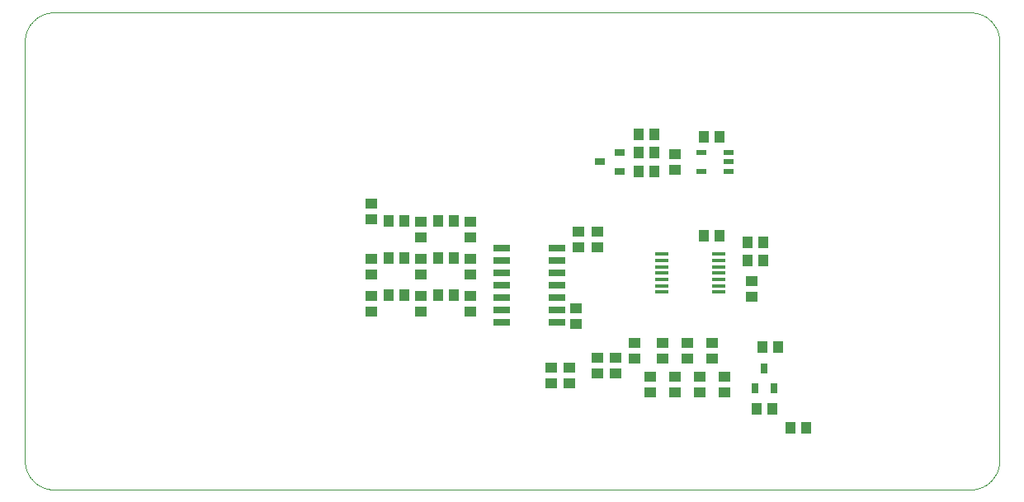
<source format=gtp>
G75*
%MOIN*%
%OFA0B0*%
%FSLAX25Y25*%
%IPPOS*%
%LPD*%
%AMOC8*
5,1,8,0,0,1.08239X$1,22.5*
%
%ADD10C,0.00394*%
%ADD11R,0.05118X0.04331*%
%ADD12R,0.04331X0.05118*%
%ADD13R,0.03937X0.03150*%
%ADD14R,0.06890X0.02756*%
%ADD15R,0.05315X0.01575*%
%ADD16R,0.04331X0.02362*%
%ADD17R,0.03150X0.03937*%
D10*
X0027595Y0013833D02*
X0027595Y0183125D01*
X0027598Y0183410D01*
X0027609Y0183696D01*
X0027626Y0183981D01*
X0027650Y0184265D01*
X0027681Y0184549D01*
X0027719Y0184832D01*
X0027764Y0185113D01*
X0027815Y0185394D01*
X0027873Y0185674D01*
X0027938Y0185952D01*
X0028010Y0186228D01*
X0028088Y0186502D01*
X0028173Y0186775D01*
X0028265Y0187045D01*
X0028363Y0187313D01*
X0028467Y0187579D01*
X0028578Y0187842D01*
X0028695Y0188102D01*
X0028818Y0188360D01*
X0028948Y0188614D01*
X0029084Y0188865D01*
X0029225Y0189113D01*
X0029373Y0189357D01*
X0029526Y0189598D01*
X0029686Y0189834D01*
X0029851Y0190067D01*
X0030021Y0190296D01*
X0030197Y0190521D01*
X0030379Y0190741D01*
X0030565Y0190957D01*
X0030757Y0191168D01*
X0030954Y0191375D01*
X0031156Y0191577D01*
X0031363Y0191774D01*
X0031574Y0191966D01*
X0031790Y0192152D01*
X0032010Y0192334D01*
X0032235Y0192510D01*
X0032464Y0192680D01*
X0032697Y0192845D01*
X0032933Y0193005D01*
X0033174Y0193158D01*
X0033418Y0193306D01*
X0033666Y0193447D01*
X0033917Y0193583D01*
X0034171Y0193713D01*
X0034429Y0193836D01*
X0034689Y0193953D01*
X0034952Y0194064D01*
X0035218Y0194168D01*
X0035486Y0194266D01*
X0035756Y0194358D01*
X0036029Y0194443D01*
X0036303Y0194521D01*
X0036579Y0194593D01*
X0036857Y0194658D01*
X0037137Y0194716D01*
X0037418Y0194767D01*
X0037699Y0194812D01*
X0037982Y0194850D01*
X0038266Y0194881D01*
X0038550Y0194905D01*
X0038835Y0194922D01*
X0039121Y0194933D01*
X0039406Y0194936D01*
X0409485Y0194936D01*
X0409770Y0194933D01*
X0410056Y0194922D01*
X0410341Y0194905D01*
X0410625Y0194881D01*
X0410909Y0194850D01*
X0411192Y0194812D01*
X0411473Y0194767D01*
X0411754Y0194716D01*
X0412034Y0194658D01*
X0412312Y0194593D01*
X0412588Y0194521D01*
X0412862Y0194443D01*
X0413135Y0194358D01*
X0413405Y0194266D01*
X0413673Y0194168D01*
X0413939Y0194064D01*
X0414202Y0193953D01*
X0414462Y0193836D01*
X0414720Y0193713D01*
X0414974Y0193583D01*
X0415225Y0193447D01*
X0415473Y0193306D01*
X0415717Y0193158D01*
X0415958Y0193005D01*
X0416194Y0192845D01*
X0416427Y0192680D01*
X0416656Y0192510D01*
X0416881Y0192334D01*
X0417101Y0192152D01*
X0417317Y0191966D01*
X0417528Y0191774D01*
X0417735Y0191577D01*
X0417937Y0191375D01*
X0418134Y0191168D01*
X0418326Y0190957D01*
X0418512Y0190741D01*
X0418694Y0190521D01*
X0418870Y0190296D01*
X0419040Y0190067D01*
X0419205Y0189834D01*
X0419365Y0189598D01*
X0419518Y0189357D01*
X0419666Y0189113D01*
X0419807Y0188865D01*
X0419943Y0188614D01*
X0420073Y0188360D01*
X0420196Y0188102D01*
X0420313Y0187842D01*
X0420424Y0187579D01*
X0420528Y0187313D01*
X0420626Y0187045D01*
X0420718Y0186775D01*
X0420803Y0186502D01*
X0420881Y0186228D01*
X0420953Y0185952D01*
X0421018Y0185674D01*
X0421076Y0185394D01*
X0421127Y0185113D01*
X0421172Y0184832D01*
X0421210Y0184549D01*
X0421241Y0184265D01*
X0421265Y0183981D01*
X0421282Y0183696D01*
X0421293Y0183410D01*
X0421296Y0183125D01*
X0421296Y0013833D01*
X0421293Y0013548D01*
X0421282Y0013262D01*
X0421265Y0012977D01*
X0421241Y0012693D01*
X0421210Y0012409D01*
X0421172Y0012126D01*
X0421127Y0011845D01*
X0421076Y0011564D01*
X0421018Y0011284D01*
X0420953Y0011006D01*
X0420881Y0010730D01*
X0420803Y0010456D01*
X0420718Y0010183D01*
X0420626Y0009913D01*
X0420528Y0009645D01*
X0420424Y0009379D01*
X0420313Y0009116D01*
X0420196Y0008856D01*
X0420073Y0008598D01*
X0419943Y0008344D01*
X0419807Y0008093D01*
X0419666Y0007845D01*
X0419518Y0007601D01*
X0419365Y0007360D01*
X0419205Y0007124D01*
X0419040Y0006891D01*
X0418870Y0006662D01*
X0418694Y0006437D01*
X0418512Y0006217D01*
X0418326Y0006001D01*
X0418134Y0005790D01*
X0417937Y0005583D01*
X0417735Y0005381D01*
X0417528Y0005184D01*
X0417317Y0004992D01*
X0417101Y0004806D01*
X0416881Y0004624D01*
X0416656Y0004448D01*
X0416427Y0004278D01*
X0416194Y0004113D01*
X0415958Y0003953D01*
X0415717Y0003800D01*
X0415473Y0003652D01*
X0415225Y0003511D01*
X0414974Y0003375D01*
X0414720Y0003245D01*
X0414462Y0003122D01*
X0414202Y0003005D01*
X0413939Y0002894D01*
X0413673Y0002790D01*
X0413405Y0002692D01*
X0413135Y0002600D01*
X0412862Y0002515D01*
X0412588Y0002437D01*
X0412312Y0002365D01*
X0412034Y0002300D01*
X0411754Y0002242D01*
X0411473Y0002191D01*
X0411192Y0002146D01*
X0410909Y0002108D01*
X0410625Y0002077D01*
X0410341Y0002053D01*
X0410056Y0002036D01*
X0409770Y0002025D01*
X0409485Y0002022D01*
X0039406Y0002022D01*
X0039121Y0002025D01*
X0038835Y0002036D01*
X0038550Y0002053D01*
X0038266Y0002077D01*
X0037982Y0002108D01*
X0037699Y0002146D01*
X0037418Y0002191D01*
X0037137Y0002242D01*
X0036857Y0002300D01*
X0036579Y0002365D01*
X0036303Y0002437D01*
X0036029Y0002515D01*
X0035756Y0002600D01*
X0035486Y0002692D01*
X0035218Y0002790D01*
X0034952Y0002894D01*
X0034689Y0003005D01*
X0034429Y0003122D01*
X0034171Y0003245D01*
X0033917Y0003375D01*
X0033666Y0003511D01*
X0033418Y0003652D01*
X0033174Y0003800D01*
X0032933Y0003953D01*
X0032697Y0004113D01*
X0032464Y0004278D01*
X0032235Y0004448D01*
X0032010Y0004624D01*
X0031790Y0004806D01*
X0031574Y0004992D01*
X0031363Y0005184D01*
X0031156Y0005381D01*
X0030954Y0005583D01*
X0030757Y0005790D01*
X0030565Y0006001D01*
X0030379Y0006217D01*
X0030197Y0006437D01*
X0030021Y0006662D01*
X0029851Y0006891D01*
X0029686Y0007124D01*
X0029526Y0007360D01*
X0029373Y0007601D01*
X0029225Y0007845D01*
X0029084Y0008093D01*
X0028948Y0008344D01*
X0028818Y0008598D01*
X0028695Y0008856D01*
X0028578Y0009116D01*
X0028467Y0009379D01*
X0028363Y0009645D01*
X0028265Y0009913D01*
X0028173Y0010183D01*
X0028088Y0010456D01*
X0028010Y0010730D01*
X0027938Y0011006D01*
X0027873Y0011284D01*
X0027815Y0011564D01*
X0027764Y0011845D01*
X0027719Y0012126D01*
X0027681Y0012409D01*
X0027650Y0012693D01*
X0027626Y0012977D01*
X0027609Y0013262D01*
X0027598Y0013548D01*
X0027595Y0013833D01*
D11*
X0167595Y0073873D03*
X0167595Y0080172D03*
X0167595Y0088873D03*
X0167595Y0095172D03*
X0187595Y0095172D03*
X0187595Y0088873D03*
X0187595Y0080172D03*
X0187595Y0073873D03*
X0207595Y0073873D03*
X0207595Y0080172D03*
X0207595Y0088873D03*
X0207595Y0095172D03*
X0207595Y0103873D03*
X0207595Y0110172D03*
X0187595Y0110172D03*
X0187595Y0103873D03*
X0167595Y0111373D03*
X0167595Y0117672D03*
X0250095Y0075172D03*
X0250095Y0068873D03*
X0273845Y0061422D03*
X0273845Y0055123D03*
X0266345Y0055172D03*
X0258845Y0055172D03*
X0258845Y0048873D03*
X0266345Y0048873D03*
X0280095Y0047672D03*
X0290095Y0047672D03*
X0300095Y0047672D03*
X0300095Y0041373D03*
X0290095Y0041373D03*
X0280095Y0041373D03*
X0285095Y0055123D03*
X0295095Y0055123D03*
X0305095Y0055123D03*
X0305095Y0061422D03*
X0295095Y0061422D03*
X0285095Y0061422D03*
X0310095Y0047672D03*
X0310095Y0041373D03*
X0247595Y0045123D03*
X0240095Y0045123D03*
X0240095Y0051422D03*
X0247595Y0051422D03*
X0321345Y0080123D03*
X0321345Y0086422D03*
X0258845Y0100123D03*
X0258845Y0106422D03*
X0251345Y0106422D03*
X0251345Y0100123D03*
X0290095Y0131373D03*
X0290095Y0137672D03*
D12*
X0281995Y0138272D03*
X0275696Y0138272D03*
X0275696Y0145772D03*
X0281995Y0145772D03*
X0301946Y0144522D03*
X0308245Y0144522D03*
X0281995Y0130772D03*
X0275696Y0130772D03*
X0301946Y0104522D03*
X0308245Y0104522D03*
X0319446Y0102022D03*
X0325745Y0102022D03*
X0325745Y0094522D03*
X0319446Y0094522D03*
X0325696Y0059522D03*
X0331995Y0059522D03*
X0329495Y0034522D03*
X0323196Y0034522D03*
X0336946Y0027022D03*
X0343245Y0027022D03*
X0200745Y0080772D03*
X0194446Y0080772D03*
X0180745Y0080772D03*
X0174446Y0080772D03*
X0174446Y0095772D03*
X0180745Y0095772D03*
X0194446Y0095772D03*
X0200745Y0095772D03*
X0200745Y0110772D03*
X0194446Y0110772D03*
X0180745Y0110772D03*
X0174446Y0110772D03*
D13*
X0259908Y0134522D03*
X0267782Y0130782D03*
X0267782Y0138262D03*
D14*
X0242467Y0099522D03*
X0242467Y0094522D03*
X0242467Y0089522D03*
X0242467Y0084522D03*
X0242467Y0079522D03*
X0242467Y0074522D03*
X0242467Y0069522D03*
X0220223Y0069522D03*
X0220223Y0074522D03*
X0220223Y0079522D03*
X0220223Y0084522D03*
X0220223Y0089522D03*
X0220223Y0094522D03*
X0220223Y0099522D03*
D15*
X0284829Y0097199D03*
X0284829Y0094640D03*
X0284829Y0092081D03*
X0284829Y0089522D03*
X0284829Y0086963D03*
X0284829Y0084404D03*
X0284829Y0081845D03*
X0307861Y0081845D03*
X0307861Y0084404D03*
X0307861Y0086963D03*
X0307861Y0089522D03*
X0307861Y0092081D03*
X0307861Y0094640D03*
X0307861Y0097199D03*
D16*
X0311857Y0130782D03*
X0311857Y0134522D03*
X0311857Y0138262D03*
X0300833Y0138262D03*
X0300833Y0130782D03*
D17*
X0326345Y0050959D03*
X0322605Y0043085D03*
X0330085Y0043085D03*
M02*

</source>
